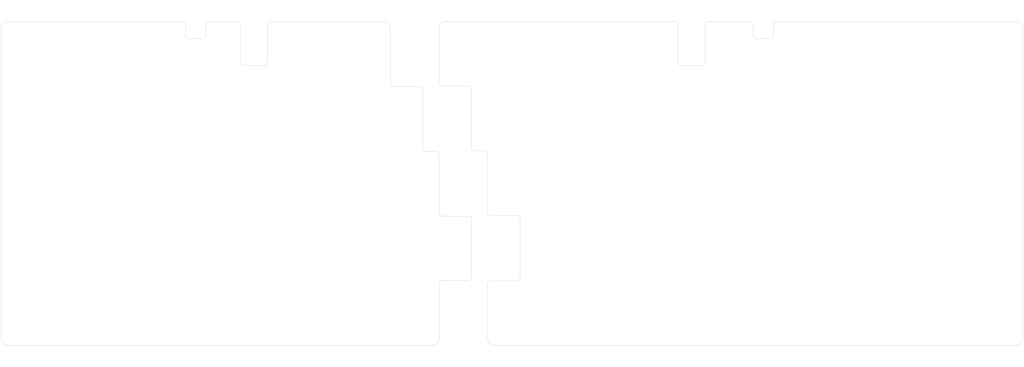
<source format=kicad_pcb>
(kicad_pcb (version 20221018) (generator pcbnew)
  (title_block (title "mfk60 Bottom Plate") (date "2024-01-12") (rev "1") (company "@niw"))
  (layers (0 "F.Cu" signal) (31 "B.Cu" signal) (34 "B.Paste" user) (35 "F.Paste" user) (36 "B.SilkS" user "B.Silkscreen") (37 "F.SilkS" user "F.Silkscreen") (38 "B.Mask" user) (39 "F.Mask" user) (44 "Edge.Cuts" user))
  (net 0 "")
  (footprint "kikit:Tab" (layer "F.Cu") (at 191.6875 25 -90)
    (fp_text reference "T4" hide)
    (fp_text value "Tab")
  )
  (footprint "kikit:Tab" (layer "F.Cu") (at 63.1 120.25 90)
    (fp_text reference "T2" hide)
    (fp_text value "Tab")
  )
  (footprint "kikit:Tab" (layer "F.Cu") (at 125.0125 120.25 90)
    (fp_text reference "T3" hide)
    (fp_text value "Tab")
  )
  (footprint "kikit:Tab" (layer "F.Cu") (at 267.8875 120.25 90)
    (fp_text reference "T7" hide)
    (fp_text value "Tab")
  )
  (footprint "kikit:Tab" (layer "F.Cu") (at 191.6875 120.25 90)
    (fp_text reference "T6" hide)
    (fp_text value "Tab")
  )
  (footprint "kikit:Tab" (layer "F.Cu") (at 267.8875 25 -90)
    (fp_text reference "T5" hide)
    (fp_text value "Tab")
  )
  (footprint "kikit:Tab" (layer "F.Cu") (at 63.1 25 -90)
    (fp_text reference "T1" hide)
    (fp_text value "Tab")
  )
  (footprint "MountingHole:MountingHole_2.2mm_M2" (layer "B.Cu") (at 188.115625 115.4875 180)
    (fp_text reference "H6" hide)
    (fp_text value "MountingHole")
    (pad "" np_thru_hole circle (at 0 0 180) (size 2.2 2.2) (drill 2.2) (layers "*.Cu" "*.Mask"))
  )
  (footprint "MountingHole:MountingHole_2.2mm_M2" (layer "B.Cu") (at 120.25 44.05 180)
    (fp_text reference "H2" hide)
    (fp_text value "MountingHole")
    (pad "" np_thru_hole circle (at 0 0 180) (size 2.2 2.2) (drill 2.2) (layers "*.Cu" "*.Mask"))
  )
  (footprint "MountingHole:MountingHole_2.2mm_M2" (layer "B.Cu") (at 270.26875 115.4875 180)
    (fp_text reference "H8" hide)
    (fp_text value "MountingHole")
    (pad "" np_thru_hole circle (at 0 0 180) (size 2.2 2.2) (drill 2.2) (layers "*.Cu" "*.Mask"))
  )
  (footprint "MountingHole:MountingHole_2.2mm_M2" (layer "B.Cu") (at 29.7625 115.4875 180)
    (fp_text reference "H4" hide)
    (fp_text value "MountingHole")
    (pad "" np_thru_hole circle (at 0 0 180) (size 2.2 2.2) (drill 2.2) (layers "*.Cu" "*.Mask"))
  )
  (footprint "MountingHole:MountingHole_2.2mm_M2" (layer "B.Cu") (at 172.6375 44.05 180)
    (fp_text reference "H5" hide)
    (fp_text value "MountingHole")
    (pad "" np_thru_hole circle (at 0 0 180) (size 2.2 2.2) (drill 2.2) (layers "*.Cu" "*.Mask"))
  )
  (footprint "MountingHole:MountingHole_2.2mm_M2" (layer "B.Cu") (at 320.275 44.05 180)
    (fp_text reference "H9" hide)
    (fp_text value "MountingHole")
    (pad "" np_thru_hole circle (at 0 0 180) (size 2.2 2.2) (drill 2.2) (layers "*.Cu" "*.Mask"))
  )
  (footprint "MountingHole:MountingHole_2.2mm_M2" (layer "B.Cu") (at 29.7625 44.05 180)
    (fp_text reference "H1" hide)
    (fp_text value "MountingHole")
    (pad "" np_thru_hole circle (at 0 0 180) (size 2.2 2.2) (drill 2.2) (layers "*.Cu" "*.Mask"))
  )
  (footprint "MountingHole:MountingHole_2.2mm_M2" (layer "B.Cu") (at 320.275 115.4875 180)
    (fp_text reference "H10" hide)
    (fp_text value "MountingHole")
    (pad "" np_thru_hole circle (at 0 0 180) (size 2.2 2.2) (drill 2.2) (layers "*.Cu" "*.Mask"))
  )
  (footprint "MountingHole:MountingHole_2.2mm_M2" (layer "B.Cu") (at 248.8375 44.05 180)
    (fp_text reference "H7" hide)
    (fp_text value "MountingHole")
    (pad "" np_thru_hole circle (at 0 0 180) (size 2.2 2.2) (drill 2.2) (layers "*.Cu" "*.Mask"))
  )
  (footprint "MountingHole:MountingHole_2.2mm_M2" (layer "B.Cu") (at 149.25 115.5 180)
    (fp_text reference "H3" hide)
    (fp_text value "MountingHole")
    (pad "" np_thru_hole circle (at 0 0 180) (size 2.2 2.2) (drill 2.2) (layers "*.Cu" "*.Mask"))
  )
  (gr_line (start 139.3 27) (end 139.3 43.15) (stroke (width 0.1)) (layer "Edge.Cuts"))
  (gr_line (start 166.875 63) (end 164.1125 63) (stroke (width 0.1)) (layer "Edge.Cuts"))
  (gr_line (start 163.1125 83.25) (end 163.1125 100.1) (stroke (width 0.1)) (layer "Edge.Cuts"))
  (gr_line (start 104.187 25) (end 137.3 25) (stroke (width 0.1)) (layer "Edge.Cuts"))
  (gr_arc (start 231.7875 26) (mid 232.080393 25.292893) (end 232.7875 25) (stroke (width 0.1)) (layer "Edge.Cuts"))
  (gr_line (start 79.15 26) (end 79.15 29) (stroke (width 0.1)) (layer "Edge.Cuts"))
  (gr_line (start 140.3 44.15) (end 147.825 44.15) (stroke (width 0.1)) (layer "Edge.Cuts"))
  (gr_arc (start 244.8375 25) (mid 245.544607 25.292893) (end 245.8375 26) (stroke (width 0.1)) (layer "Edge.Cuts"))
  (gr_arc (start 162.1125 82.25) (mid 162.819607 82.542893) (end 163.1125 83.25) (stroke (width 0.1)) (layer "Edge.Cuts"))
  (gr_line (start 162.1125 43.95) (end 154.5875 43.95) (stroke (width 0.1)) (layer "Edge.Cuts"))
  (gr_line (start 148.825 45.15) (end 148.825 62.2) (stroke (width 0.1)) (layer "Edge.Cuts"))
  (gr_line (start 223.7875 26) (end 223.7875 37) (stroke (width 0.1)) (layer "Edge.Cuts"))
  (gr_arc (start 85.15 29) (mid 84.857107 29.707106) (end 84.15 30) (stroke (width 0.1)) (layer "Edge.Cuts"))
  (gr_line (start 163.1125 62) (end 163.1125 44.95) (stroke (width 0.1)) (layer "Edge.Cuts"))
  (gr_arc (start 162.1125 43.95) (mid 162.819607 44.242893) (end 163.1125 44.95) (stroke (width 0.1)) (layer "Edge.Cuts"))
  (gr_line (start 27 25) (end 78.15 25) (stroke (width 0.1)) (layer "Edge.Cuts"))
  (gr_arc (start 96.187 38) (mid 95.479893 37.707107) (end 95.187 37) (stroke (width 0.1)) (layer "Edge.Cuts"))
  (gr_arc (start 103.187 26) (mid 103.479893 25.292893) (end 104.187 25) (stroke (width 0.1)) (layer "Edge.Cuts"))
  (gr_line (start 149.825 63.2) (end 152.5875 63.2) (stroke (width 0.1)) (layer "Edge.Cuts"))
  (gr_arc (start 80.15 30) (mid 79.442893 29.707107) (end 79.15 29) (stroke (width 0.1)) (layer "Edge.Cuts"))
  (gr_arc (start 154.5875 43.95) (mid 153.880393 43.657107) (end 153.5875 42.95) (stroke (width 0.1)) (layer "Edge.Cuts"))
  (gr_arc (start 251.8375 26) (mid 252.130393 25.292893) (end 252.8375 25) (stroke (width 0.1)) (layer "Edge.Cuts"))
  (gr_line (start 154.5875 82.25) (end 162.1125 82.25) (stroke (width 0.1)) (layer "Edge.Cuts"))
  (gr_line (start 224.7875 38) (end 230.787498 38) (stroke (width 0.1)) (layer "Edge.Cuts"))
  (gr_arc (start 25 27) (mid 25.585786 25.585786) (end 27 25) (stroke (width 0.1)) (layer "Edge.Cuts"))
  (gr_arc (start 325.0375 118.25) (mid 324.451714 119.664214) (end 323.0375 120.25) (stroke (width 0.1)) (layer "Edge.Cuts"))
  (gr_arc (start 222.7875 25) (mid 223.494607 25.292893) (end 223.7875 26) (stroke (width 0.1)) (layer "Edge.Cuts"))
  (gr_arc (start 164.1125 63) (mid 163.405393 62.707107) (end 163.1125 62) (stroke (width 0.1)) (layer "Edge.Cuts"))
  (gr_line (start 151.5875 120.25) (end 27 120.25) (stroke (width 0.1)) (layer "Edge.Cuts"))
  (gr_line (start 96.187 38) (end 102.187 38) (stroke (width 0.1)) (layer "Edge.Cuts"))
  (gr_arc (start 154.5875 82.25) (mid 153.880393 81.957107) (end 153.5875 81.25) (stroke (width 0.1)) (layer "Edge.Cuts"))
  (gr_arc (start 168.875 82.05) (mid 168.167893 81.757107) (end 167.875 81.05) (stroke (width 0.1)) (layer "Edge.Cuts"))
  (gr_arc (start 231.787498 37) (mid 231.494605 37.707106) (end 230.787498 38) (stroke (width 0.1)) (layer "Edge.Cuts"))
  (gr_line (start 177.4 100.3) (end 177.4 83.05) (stroke (width 0.1)) (layer "Edge.Cuts"))
  (gr_line (start 153.5875 64.2) (end 153.5875 81.25) (stroke (width 0.1)) (layer "Edge.Cuts"))
  (gr_line (start 94.187 25) (end 86.15 25) (stroke (width 0.1)) (layer "Edge.Cuts"))
  (gr_line (start 85.15 26) (end 85.15 29) (stroke (width 0.1)) (layer "Edge.Cuts"))
  (gr_line (start 153.5875 102.1) (end 153.5875 118.25) (stroke (width 0.1)) (layer "Edge.Cuts"))
  (gr_arc (start 169.875 120.25) (mid 168.460786 119.664214) (end 167.875 118.25) (stroke (width 0.1)) (layer "Edge.Cuts"))
  (gr_line (start 95.187 26) (end 95.187 37) (stroke (width 0.1)) (layer "Edge.Cuts"))
  (gr_arc (start 153.5875 27) (mid 154.173286 25.585786) (end 155.5875 25) (stroke (width 0.1)) (layer "Edge.Cuts"))
  (gr_line (start 167.875 118.25) (end 167.875 102.3) (stroke (width 0.1)) (layer "Edge.Cuts"))
  (gr_line (start 80.15 30) (end 84.15 30) (stroke (width 0.1)) (layer "Edge.Cuts"))
  (gr_line (start 167.875 81.05) (end 167.875 64) (stroke (width 0.1)) (layer "Edge.Cuts"))
  (gr_arc (start 147.825 44.15) (mid 148.532107 44.442893) (end 148.825 45.15) (stroke (width 0.1)) (layer "Edge.Cuts"))
  (gr_arc (start 251.8375 29) (mid 251.544607 29.707106) (end 250.8375 30) (stroke (width 0.1)) (layer "Edge.Cuts"))
  (gr_arc (start 167.875 102.3) (mid 168.167893 101.592893) (end 168.875 101.3) (stroke (width 0.1)) (layer "Edge.Cuts"))
  (gr_line (start 252.8375 25) (end 323.0375 25) (stroke (width 0.1)) (layer "Edge.Cuts"))
  (gr_arc (start 149.825 63.2) (mid 149.117893 62.907107) (end 148.825 62.2) (stroke (width 0.1)) (layer "Edge.Cuts"))
  (gr_arc (start 153.5875 102.1) (mid 153.880393 101.392893) (end 154.5875 101.1) (stroke (width 0.1)) (layer "Edge.Cuts"))
  (gr_line (start 155.5875 25) (end 222.7875 25) (stroke (width 0.1)) (layer "Edge.Cuts"))
  (gr_line (start 231.7875 26) (end 231.787498 37) (stroke (width 0.1)) (layer "Edge.Cuts"))
  (gr_line (start 153.5875 42.95) (end 153.5875 27) (stroke (width 0.1)) (layer "Edge.Cuts"))
  (gr_arc (start 140.3 44.15) (mid 139.592893 43.857107) (end 139.3 43.15) (stroke (width 0.1)) (layer "Edge.Cuts"))
  (gr_arc (start 78.15 25) (mid 78.857107 25.292893) (end 79.15 26) (stroke (width 0.1)) (layer "Edge.Cuts"))
  (gr_arc (start 176.4 82.05) (mid 177.107107 82.342893) (end 177.4 83.05) (stroke (width 0.1)) (layer "Edge.Cuts"))
  (gr_line (start 103.187 26) (end 103.186998 37) (stroke (width 0.1)) (layer "Edge.Cuts"))
  (gr_arc (start 153.5875 118.25) (mid 153.001714 119.664214) (end 151.5875 120.25) (stroke (width 0.1)) (layer "Edge.Cuts"))
  (gr_line (start 232.7875 25) (end 244.8375 25) (stroke (width 0.1)) (layer "Edge.Cuts"))
  (gr_line (start 168.875 101.3) (end 176.4 101.3) (stroke (width 0.1)) (layer "Edge.Cuts"))
  (gr_line (start 246.8375 30) (end 250.8375 30) (stroke (width 0.1)) (layer "Edge.Cuts"))
  (gr_arc (start 27 120.25) (mid 25.585786 119.664214) (end 25 118.25) (stroke (width 0.1)) (layer "Edge.Cuts"))
  (gr_arc (start 163.1125 100.1) (mid 162.819607 100.807107) (end 162.1125 101.1) (stroke (width 0.1)) (layer "Edge.Cuts"))
  (gr_line (start 251.8375 26) (end 251.8375 29) (stroke (width 0.1)) (layer "Edge.Cuts"))
  (gr_arc (start 85.15 26) (mid 85.442893 25.292893) (end 86.15 25) (stroke (width 0.1)) (layer "Edge.Cuts"))
  (gr_line (start 323.0375 120.25) (end 169.875 120.25) (stroke (width 0.1)) (layer "Edge.Cuts"))
  (gr_arc (start 94.187 25) (mid 94.894107 25.292893) (end 95.187 26) (stroke (width 0.1)) (layer "Edge.Cuts"))
  (gr_line (start 25 118.25) (end 25 27) (stroke (width 0.1)) (layer "Edge.Cuts"))
  (gr_arc (start 246.8375 30) (mid 246.130393 29.707107) (end 245.8375 29) (stroke (width 0.1)) (layer "Edge.Cuts"))
  (gr_arc (start 152.5875 63.2) (mid 153.294607 63.492893) (end 153.5875 64.2) (stroke (width 0.1)) (layer "Edge.Cuts"))
  (gr_arc (start 224.7875 38) (mid 224.080393 37.707107) (end 223.7875 37) (stroke (width 0.1)) (layer "Edge.Cuts"))
  (gr_arc (start 103.186998 37) (mid 102.894105 37.707106) (end 102.186998 38) (stroke (width 0.1)) (layer "Edge.Cuts"))
  (gr_line (start 325.0375 27) (end 325.0375 118.25) (stroke (width 0.1)) (layer "Edge.Cuts"))
  (gr_arc (start 323.0375 25) (mid 324.451714 25.585786) (end 325.0375 27) (stroke (width 0.1)) (layer "Edge.Cuts"))
  (gr_arc (start 177.4 100.3) (mid 177.107107 101.007107) (end 176.4 101.3) (stroke (width 0.1)) (layer "Edge.Cuts"))
  (gr_line (start 176.4 82.05) (end 168.875 82.05) (stroke (width 0.1)) (layer "Edge.Cuts"))
  (gr_arc (start 166.875 63) (mid 167.582107 63.292893) (end 167.875 64) (stroke (width 0.1)) (layer "Edge.Cuts"))
  (gr_line (start 162.1125 101.1) (end 154.5875 101.1) (stroke (width 0.1)) (layer "Edge.Cuts"))
  (gr_line (start 245.8375 26) (end 245.8375 29) (stroke (width 0.1)) (layer "Edge.Cuts"))
  (gr_arc (start 137.3 25) (mid 138.714214 25.585786) (end 139.3 27) (stroke (width 0.1)) (layer "Edge.Cuts"))
)
</source>
